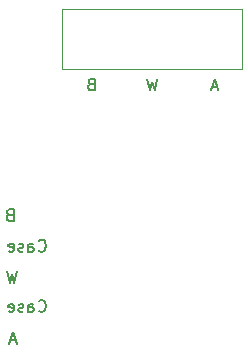
<source format=gbo>
%TF.GenerationSoftware,KiCad,Pcbnew,7.0.2*%
%TF.CreationDate,2023-06-02T21:02:53+10:00*%
%TF.ProjectId,potentiometer-carrier-board,706f7465-6e74-4696-9f6d-657465722d63,rev?*%
%TF.SameCoordinates,Original*%
%TF.FileFunction,Legend,Bot*%
%TF.FilePolarity,Positive*%
%FSLAX46Y46*%
G04 Gerber Fmt 4.6, Leading zero omitted, Abs format (unit mm)*
G04 Created by KiCad (PCBNEW 7.0.2) date 2023-06-02 21:02:53*
%MOMM*%
%LPD*%
G01*
G04 APERTURE LIST*
%ADD10C,0.150000*%
%ADD11C,0.200000*%
%ADD12C,0.100000*%
%ADD13R,1.700000X1.700000*%
%ADD14O,1.700000X1.700000*%
%ADD15C,1.700000*%
G04 APERTURE END LIST*
D10*
X52116726Y-67907837D02*
X51878631Y-68907837D01*
X51878631Y-68907837D02*
X51688155Y-68193551D01*
X51688155Y-68193551D02*
X51497679Y-68907837D01*
X51497679Y-68907837D02*
X51259584Y-67907837D01*
X53926977Y-66188935D02*
X53974596Y-66236555D01*
X53974596Y-66236555D02*
X54117453Y-66284174D01*
X54117453Y-66284174D02*
X54212691Y-66284174D01*
X54212691Y-66284174D02*
X54355548Y-66236555D01*
X54355548Y-66236555D02*
X54450786Y-66141316D01*
X54450786Y-66141316D02*
X54498405Y-66046078D01*
X54498405Y-66046078D02*
X54546024Y-65855602D01*
X54546024Y-65855602D02*
X54546024Y-65712745D01*
X54546024Y-65712745D02*
X54498405Y-65522269D01*
X54498405Y-65522269D02*
X54450786Y-65427031D01*
X54450786Y-65427031D02*
X54355548Y-65331793D01*
X54355548Y-65331793D02*
X54212691Y-65284174D01*
X54212691Y-65284174D02*
X54117453Y-65284174D01*
X54117453Y-65284174D02*
X53974596Y-65331793D01*
X53974596Y-65331793D02*
X53926977Y-65379412D01*
X53069834Y-66284174D02*
X53069834Y-65760364D01*
X53069834Y-65760364D02*
X53117453Y-65665126D01*
X53117453Y-65665126D02*
X53212691Y-65617507D01*
X53212691Y-65617507D02*
X53403167Y-65617507D01*
X53403167Y-65617507D02*
X53498405Y-65665126D01*
X53069834Y-66236555D02*
X53165072Y-66284174D01*
X53165072Y-66284174D02*
X53403167Y-66284174D01*
X53403167Y-66284174D02*
X53498405Y-66236555D01*
X53498405Y-66236555D02*
X53546024Y-66141316D01*
X53546024Y-66141316D02*
X53546024Y-66046078D01*
X53546024Y-66046078D02*
X53498405Y-65950840D01*
X53498405Y-65950840D02*
X53403167Y-65903221D01*
X53403167Y-65903221D02*
X53165072Y-65903221D01*
X53165072Y-65903221D02*
X53069834Y-65855602D01*
X52641262Y-66236555D02*
X52546024Y-66284174D01*
X52546024Y-66284174D02*
X52355548Y-66284174D01*
X52355548Y-66284174D02*
X52260310Y-66236555D01*
X52260310Y-66236555D02*
X52212691Y-66141316D01*
X52212691Y-66141316D02*
X52212691Y-66093697D01*
X52212691Y-66093697D02*
X52260310Y-65998459D01*
X52260310Y-65998459D02*
X52355548Y-65950840D01*
X52355548Y-65950840D02*
X52498405Y-65950840D01*
X52498405Y-65950840D02*
X52593643Y-65903221D01*
X52593643Y-65903221D02*
X52641262Y-65807983D01*
X52641262Y-65807983D02*
X52641262Y-65760364D01*
X52641262Y-65760364D02*
X52593643Y-65665126D01*
X52593643Y-65665126D02*
X52498405Y-65617507D01*
X52498405Y-65617507D02*
X52355548Y-65617507D01*
X52355548Y-65617507D02*
X52260310Y-65665126D01*
X51403167Y-66236555D02*
X51498405Y-66284174D01*
X51498405Y-66284174D02*
X51688881Y-66284174D01*
X51688881Y-66284174D02*
X51784119Y-66236555D01*
X51784119Y-66236555D02*
X51831738Y-66141316D01*
X51831738Y-66141316D02*
X51831738Y-65760364D01*
X51831738Y-65760364D02*
X51784119Y-65665126D01*
X51784119Y-65665126D02*
X51688881Y-65617507D01*
X51688881Y-65617507D02*
X51498405Y-65617507D01*
X51498405Y-65617507D02*
X51403167Y-65665126D01*
X51403167Y-65665126D02*
X51355548Y-65760364D01*
X51355548Y-65760364D02*
X51355548Y-65855602D01*
X51355548Y-65855602D02*
X51831738Y-65950840D01*
X51477115Y-63178377D02*
X51334258Y-63225996D01*
X51334258Y-63225996D02*
X51286639Y-63273615D01*
X51286639Y-63273615D02*
X51239020Y-63368853D01*
X51239020Y-63368853D02*
X51239020Y-63511710D01*
X51239020Y-63511710D02*
X51286639Y-63606948D01*
X51286639Y-63606948D02*
X51334258Y-63654568D01*
X51334258Y-63654568D02*
X51429496Y-63702187D01*
X51429496Y-63702187D02*
X51810448Y-63702187D01*
X51810448Y-63702187D02*
X51810448Y-62702187D01*
X51810448Y-62702187D02*
X51477115Y-62702187D01*
X51477115Y-62702187D02*
X51381877Y-62749806D01*
X51381877Y-62749806D02*
X51334258Y-62797425D01*
X51334258Y-62797425D02*
X51286639Y-62892663D01*
X51286639Y-62892663D02*
X51286639Y-62987901D01*
X51286639Y-62987901D02*
X51334258Y-63083139D01*
X51334258Y-63083139D02*
X51381877Y-63130758D01*
X51381877Y-63130758D02*
X51477115Y-63178377D01*
X51477115Y-63178377D02*
X51810448Y-63178377D01*
X53926977Y-71293838D02*
X53974596Y-71341458D01*
X53974596Y-71341458D02*
X54117453Y-71389077D01*
X54117453Y-71389077D02*
X54212691Y-71389077D01*
X54212691Y-71389077D02*
X54355548Y-71341458D01*
X54355548Y-71341458D02*
X54450786Y-71246219D01*
X54450786Y-71246219D02*
X54498405Y-71150981D01*
X54498405Y-71150981D02*
X54546024Y-70960505D01*
X54546024Y-70960505D02*
X54546024Y-70817648D01*
X54546024Y-70817648D02*
X54498405Y-70627172D01*
X54498405Y-70627172D02*
X54450786Y-70531934D01*
X54450786Y-70531934D02*
X54355548Y-70436696D01*
X54355548Y-70436696D02*
X54212691Y-70389077D01*
X54212691Y-70389077D02*
X54117453Y-70389077D01*
X54117453Y-70389077D02*
X53974596Y-70436696D01*
X53974596Y-70436696D02*
X53926977Y-70484315D01*
X53069834Y-71389077D02*
X53069834Y-70865267D01*
X53069834Y-70865267D02*
X53117453Y-70770029D01*
X53117453Y-70770029D02*
X53212691Y-70722410D01*
X53212691Y-70722410D02*
X53403167Y-70722410D01*
X53403167Y-70722410D02*
X53498405Y-70770029D01*
X53069834Y-71341458D02*
X53165072Y-71389077D01*
X53165072Y-71389077D02*
X53403167Y-71389077D01*
X53403167Y-71389077D02*
X53498405Y-71341458D01*
X53498405Y-71341458D02*
X53546024Y-71246219D01*
X53546024Y-71246219D02*
X53546024Y-71150981D01*
X53546024Y-71150981D02*
X53498405Y-71055743D01*
X53498405Y-71055743D02*
X53403167Y-71008124D01*
X53403167Y-71008124D02*
X53165072Y-71008124D01*
X53165072Y-71008124D02*
X53069834Y-70960505D01*
X52641262Y-71341458D02*
X52546024Y-71389077D01*
X52546024Y-71389077D02*
X52355548Y-71389077D01*
X52355548Y-71389077D02*
X52260310Y-71341458D01*
X52260310Y-71341458D02*
X52212691Y-71246219D01*
X52212691Y-71246219D02*
X52212691Y-71198600D01*
X52212691Y-71198600D02*
X52260310Y-71103362D01*
X52260310Y-71103362D02*
X52355548Y-71055743D01*
X52355548Y-71055743D02*
X52498405Y-71055743D01*
X52498405Y-71055743D02*
X52593643Y-71008124D01*
X52593643Y-71008124D02*
X52641262Y-70912886D01*
X52641262Y-70912886D02*
X52641262Y-70865267D01*
X52641262Y-70865267D02*
X52593643Y-70770029D01*
X52593643Y-70770029D02*
X52498405Y-70722410D01*
X52498405Y-70722410D02*
X52355548Y-70722410D01*
X52355548Y-70722410D02*
X52260310Y-70770029D01*
X51403167Y-71341458D02*
X51498405Y-71389077D01*
X51498405Y-71389077D02*
X51688881Y-71389077D01*
X51688881Y-71389077D02*
X51784119Y-71341458D01*
X51784119Y-71341458D02*
X51831738Y-71246219D01*
X51831738Y-71246219D02*
X51831738Y-70865267D01*
X51831738Y-70865267D02*
X51784119Y-70770029D01*
X51784119Y-70770029D02*
X51688881Y-70722410D01*
X51688881Y-70722410D02*
X51498405Y-70722410D01*
X51498405Y-70722410D02*
X51403167Y-70770029D01*
X51403167Y-70770029D02*
X51355548Y-70865267D01*
X51355548Y-70865267D02*
X51355548Y-70960505D01*
X51355548Y-70960505D02*
X51831738Y-71055743D01*
X52026899Y-73799633D02*
X51550709Y-73799633D01*
X52122137Y-74085348D02*
X51788804Y-73085348D01*
X51788804Y-73085348D02*
X51455471Y-74085348D01*
D11*
%TO.C,J3*%
X58379732Y-52109582D02*
X58236875Y-52157201D01*
X58236875Y-52157201D02*
X58189256Y-52204820D01*
X58189256Y-52204820D02*
X58141637Y-52300058D01*
X58141637Y-52300058D02*
X58141637Y-52442915D01*
X58141637Y-52442915D02*
X58189256Y-52538153D01*
X58189256Y-52538153D02*
X58236875Y-52585773D01*
X58236875Y-52585773D02*
X58332113Y-52633392D01*
X58332113Y-52633392D02*
X58713065Y-52633392D01*
X58713065Y-52633392D02*
X58713065Y-51633392D01*
X58713065Y-51633392D02*
X58379732Y-51633392D01*
X58379732Y-51633392D02*
X58284494Y-51681011D01*
X58284494Y-51681011D02*
X58236875Y-51728630D01*
X58236875Y-51728630D02*
X58189256Y-51823868D01*
X58189256Y-51823868D02*
X58189256Y-51919106D01*
X58189256Y-51919106D02*
X58236875Y-52014344D01*
X58236875Y-52014344D02*
X58284494Y-52061963D01*
X58284494Y-52061963D02*
X58379732Y-52109582D01*
X58379732Y-52109582D02*
X58713065Y-52109582D01*
X63986664Y-51643875D02*
X63748569Y-52643875D01*
X63748569Y-52643875D02*
X63558093Y-51929589D01*
X63558093Y-51929589D02*
X63367617Y-52643875D01*
X63367617Y-52643875D02*
X63129522Y-51643875D01*
X69064995Y-52347677D02*
X68588805Y-52347677D01*
X69160233Y-52633392D02*
X68826900Y-51633392D01*
X68826900Y-51633392D02*
X68493567Y-52633392D01*
D12*
X55880000Y-45720000D02*
X71120000Y-45720000D01*
X71120000Y-45720000D02*
X71120000Y-50800000D01*
X71120000Y-50800000D02*
X55880000Y-50800000D01*
X55880000Y-50800000D02*
X55880000Y-45720000D01*
%TD*%
%LPC*%
D13*
%TO.C,J1*%
X48260000Y-63500000D03*
D14*
X48260000Y-66040000D03*
X48260000Y-68580000D03*
X48260000Y-71120000D03*
X48260000Y-73660000D03*
%TD*%
D13*
%TO.C,J2*%
X78740000Y-63500000D03*
D14*
X78740000Y-66040000D03*
X78740000Y-68580000D03*
X78740000Y-71120000D03*
X78740000Y-73660000D03*
%TD*%
D15*
%TO.C,J3*%
X58420000Y-48260000D03*
X63500000Y-48260000D03*
X68580000Y-48260000D03*
%TD*%
%LPD*%
M02*

</source>
